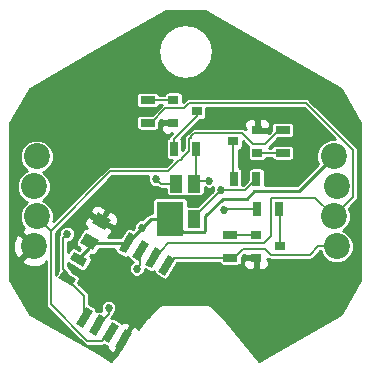
<source format=gtl>
%TF.GenerationSoftware,KiCad,Pcbnew,4.0.7-e2-6376~60~ubuntu17.10.1*%
%TF.CreationDate,2017-11-05T00:08:28+01:00*%
%TF.ProjectId,blinker,626C696E6B65722E6B696361645F7063,rev?*%
%TF.FileFunction,Copper,L1,Top,Signal*%
%FSLAX46Y46*%
G04 Gerber Fmt 4.6, Leading zero omitted, Abs format (unit mm)*
G04 Created by KiCad (PCBNEW 4.0.7-e2-6376~60~ubuntu17.10.1) date Sun Nov  5 00:08:28 2017*
%MOMM*%
%LPD*%
G01*
G04 APERTURE LIST*
%ADD10C,0.127000*%
%ADD11C,2.200000*%
%ADD12R,1.100000X1.500000*%
%ADD13R,2.200000X3.000000*%
%ADD14R,0.900000X0.800000*%
%ADD15R,1.300000X0.700000*%
%ADD16R,0.700000X1.300000*%
%ADD17C,0.685800*%
%ADD18C,0.200000*%
%ADD19C,0.254000*%
G04 APERTURE END LIST*
D10*
D11*
X12827000Y-3810000D03*
X-12827000Y1270000D03*
D10*
G36*
X-7828734Y-4151538D02*
X-8911266Y-3526538D01*
X-8411266Y-2660512D01*
X-7328734Y-3285512D01*
X-7828734Y-4151538D01*
X-7828734Y-4151538D01*
G37*
G36*
X-6828734Y-2419488D02*
X-7911266Y-1794488D01*
X-7411266Y-928462D01*
X-6328734Y-1553462D01*
X-6828734Y-2419488D01*
X-6828734Y-2419488D01*
G37*
D11*
X12573000Y-1270000D03*
X-12827000Y-3810000D03*
D12*
X-750000Y-1500000D03*
D13*
X-1300000Y-1500000D03*
D12*
X-750000Y1500000D03*
X750000Y1500000D03*
X750000Y-1500000D03*
D10*
G36*
X-8698320Y-10727115D02*
X-9261236Y-10402115D01*
X-8411236Y-8929871D01*
X-7848320Y-9254871D01*
X-8698320Y-10727115D01*
X-8698320Y-10727115D01*
G37*
G36*
X-7598468Y-11362115D02*
X-8161384Y-11037115D01*
X-7311384Y-9564871D01*
X-6748468Y-9889871D01*
X-7598468Y-11362115D01*
X-7598468Y-11362115D01*
G37*
G36*
X-6498616Y-11997115D02*
X-7061532Y-11672115D01*
X-6211532Y-10199871D01*
X-5648616Y-10524871D01*
X-6498616Y-11997115D01*
X-6498616Y-11997115D01*
G37*
G36*
X-5398764Y-12632115D02*
X-5961680Y-12307115D01*
X-5111680Y-10834871D01*
X-4548764Y-11159871D01*
X-5398764Y-12632115D01*
X-5398764Y-12632115D01*
G37*
G36*
X-1748764Y-6310129D02*
X-2311680Y-5985129D01*
X-1461680Y-4512885D01*
X-898764Y-4837885D01*
X-1748764Y-6310129D01*
X-1748764Y-6310129D01*
G37*
G36*
X-2848616Y-5675129D02*
X-3411532Y-5350129D01*
X-2561532Y-3877885D01*
X-1998616Y-4202885D01*
X-2848616Y-5675129D01*
X-2848616Y-5675129D01*
G37*
G36*
X-3948468Y-5040129D02*
X-4511384Y-4715129D01*
X-3661384Y-3242885D01*
X-3098468Y-3567885D01*
X-3948468Y-5040129D01*
X-3948468Y-5040129D01*
G37*
G36*
X-5048320Y-4405129D02*
X-5611236Y-4080129D01*
X-4761236Y-2607885D01*
X-4198320Y-2932885D01*
X-5048320Y-4405129D01*
X-5048320Y-4405129D01*
G37*
D14*
X6080000Y4130000D03*
X6080000Y6030000D03*
X4080000Y5080000D03*
X-1000000Y8570000D03*
X-1000000Y6670000D03*
X1000000Y7620000D03*
X5990000Y-2860000D03*
X5990000Y-4760000D03*
X7990000Y-3810000D03*
D15*
X8255000Y4130000D03*
X8255000Y6030000D03*
X-3175000Y8570000D03*
X-3175000Y6670000D03*
X3810000Y-2860000D03*
X3810000Y-4760000D03*
D16*
X4130000Y1905000D03*
X6030000Y1905000D03*
X-950000Y4445000D03*
X950000Y4445000D03*
X7935000Y-635000D03*
X6035000Y-635000D03*
D10*
G36*
X-9612083Y-7165833D02*
X-10737917Y-6515833D01*
X-10387917Y-5909615D01*
X-9262083Y-6559615D01*
X-9612083Y-7165833D01*
X-9612083Y-7165833D01*
G37*
G36*
X-8662083Y-5520385D02*
X-9787917Y-4870385D01*
X-9437917Y-4264167D01*
X-8312083Y-4914167D01*
X-8662083Y-5520385D01*
X-8662083Y-5520385D01*
G37*
D11*
X-12573000Y-1270000D03*
X-12573000Y3810000D03*
X12827000Y1270000D03*
X12573000Y3810000D03*
D17*
X-6500000Y-9000000D03*
X-3648271Y-2250000D03*
X-2500000Y1907091D03*
X3250000Y-750000D03*
X2000000Y1750000D03*
X3004999Y954999D03*
X-10000000Y-2750000D03*
X-4095130Y-5707580D03*
D18*
X3810000Y-4760000D02*
X-953715Y-4760000D01*
X-953715Y-4760000D02*
X-1605222Y-5411507D01*
X12827000Y-3810000D02*
X11271366Y-3810000D01*
X11271366Y-3810000D02*
X10571365Y-4510001D01*
X10571365Y-4510001D02*
X7227203Y-4510001D01*
X7227203Y-4510001D02*
X6723201Y-4005999D01*
X6723201Y-4005999D02*
X4864001Y-4005999D01*
X4864001Y-4005999D02*
X4110000Y-4760000D01*
X4110000Y-4760000D02*
X3810000Y-4760000D01*
X-6500000Y-9000000D02*
X-6500000Y-9508567D01*
X-6500000Y-9508567D02*
X-7454926Y-10463493D01*
D19*
X-4904778Y-3506507D02*
X-3648271Y-2250000D01*
X-3648271Y-2250000D02*
X-2898271Y-1500000D01*
X9636999Y873999D02*
X11473001Y2710001D01*
X5858197Y873999D02*
X9636999Y873999D01*
X5215296Y231098D02*
X5858197Y873999D01*
X3161350Y231098D02*
X5215296Y231098D01*
X1699242Y-1231010D02*
X3161350Y231098D01*
X-168999Y-2631001D02*
X1604801Y-2631001D01*
X1699242Y-2536560D02*
X1699242Y-1231010D01*
X-1300000Y-1500000D02*
X-168999Y-2631001D01*
X1604801Y-2631001D02*
X1699242Y-2536560D01*
X11473001Y2710001D02*
X12573000Y3810000D01*
X-2898271Y-1500000D02*
X-1300000Y-1500000D01*
X-4904778Y-3506507D02*
X-8019518Y-3506507D01*
X-8019518Y-3506507D02*
X-8120000Y-3406025D01*
X-8120000Y-3406025D02*
X-8120000Y-3962276D01*
X-8120000Y-3962276D02*
X-9050000Y-4892276D01*
D18*
X-3175000Y6670000D02*
X-2875000Y6670000D01*
X-2875000Y6670000D02*
X-1675001Y7869999D01*
X-1675001Y7869999D02*
X-140003Y7869999D01*
X-140003Y7869999D02*
X309999Y8320001D01*
X14227001Y384001D02*
X13672999Y-170001D01*
X309999Y8320001D02*
X10214921Y8320001D01*
X10214921Y8320001D02*
X14227001Y4307921D01*
X14227001Y4307921D02*
X14227001Y384001D01*
X13672999Y-170001D02*
X12573000Y-1270000D01*
X-2012121Y-4083554D02*
X-2705074Y-4776507D01*
X-1488568Y-3560001D02*
X-2012121Y-4083554D01*
X7284999Y255001D02*
X7284999Y-2899301D01*
X7284999Y-2899301D02*
X6624299Y-3560001D01*
X7344999Y315001D02*
X7284999Y255001D01*
X6624299Y-3560001D02*
X-1488568Y-3560001D01*
X10987999Y315001D02*
X7344999Y315001D01*
X12573000Y-1270000D02*
X10987999Y315001D01*
X-2092909Y1500000D02*
X-2157101Y1564192D01*
X-2157101Y1564192D02*
X-2500000Y1907091D01*
X-750000Y1500000D02*
X-2092909Y1500000D01*
X6035000Y-635000D02*
X3365000Y-635000D01*
X3365000Y-635000D02*
X3250000Y-750000D01*
X2000000Y1750000D02*
X1000000Y1750000D01*
X1000000Y1750000D02*
X750000Y1500000D01*
X950000Y4445000D02*
X950000Y1700000D01*
X950000Y1700000D02*
X750000Y1500000D01*
X750000Y-1300000D02*
X750000Y-1500000D01*
X6030000Y1905000D02*
X5079999Y954999D01*
X5079999Y954999D02*
X3004999Y954999D01*
X3004999Y954999D02*
X750000Y-1300000D01*
X-10000000Y-2750000D02*
X-10342899Y-3092899D01*
X-10342899Y-3092899D02*
X-10342899Y-5690680D01*
X-10342899Y-5690680D02*
X-10000000Y-6033579D01*
X-10000000Y-6033579D02*
X-10000000Y-6537724D01*
X-8554778Y-9828493D02*
X-8554778Y-7982946D01*
X-8554778Y-7982946D02*
X-10000000Y-6537724D01*
X8255000Y6030000D02*
X7955000Y6030000D01*
X299999Y4299999D02*
X-299999Y3700001D01*
X-299999Y3700001D02*
X-299999Y3554999D01*
X7955000Y6030000D02*
X6755001Y4830001D01*
X6755001Y4830001D02*
X5720001Y4830001D01*
X359999Y5395001D02*
X299999Y5335001D01*
X5720001Y4830001D02*
X4770001Y5780001D01*
X4770001Y5780001D02*
X780001Y5780001D01*
X780001Y5780001D02*
X500000Y5500000D01*
X500000Y5500000D02*
X500000Y5395001D01*
X-505001Y3494999D02*
X-1449999Y2550001D01*
X-299999Y3554999D02*
X-359999Y3494999D01*
X500000Y5395001D02*
X359999Y5395001D01*
X-1449999Y2550001D02*
X-6352997Y2550001D01*
X-359999Y3494999D02*
X-505001Y3494999D01*
X299999Y5335001D02*
X299999Y4299999D01*
X-6352997Y2550001D02*
X-11372999Y-2470001D01*
X-12573000Y-1270000D02*
X-11372999Y-2470001D01*
X-11372999Y-8714632D02*
X-8296185Y-11791446D01*
X-11372999Y-2470001D02*
X-11372999Y-8714632D01*
X-8296185Y-11791446D02*
X-7048027Y-11791446D01*
X-7048027Y-11791446D02*
X-6355074Y-11098493D01*
X-3804926Y-4141507D02*
X-3804926Y-5417376D01*
X-3804926Y-5417376D02*
X-4095130Y-5707580D01*
X8255000Y4130000D02*
X6080000Y4130000D01*
X4080000Y5080000D02*
X4080000Y1955000D01*
X4080000Y1955000D02*
X4130000Y1905000D01*
X-1000000Y8570000D02*
X-1650000Y8570000D01*
X-1650000Y8570000D02*
X-3175000Y8570000D01*
X1000000Y7245000D02*
X1000000Y7620000D01*
X-950000Y5295000D02*
X1000000Y7245000D01*
X-950000Y4445000D02*
X-950000Y5295000D01*
X3810000Y-2860000D02*
X5990000Y-2860000D01*
X7990000Y-690000D02*
X7935000Y-635000D01*
X7990000Y-3810000D02*
X7990000Y-690000D01*
D19*
G36*
X13180648Y9499137D02*
X14812100Y6658536D01*
X14812100Y-6658536D01*
X13180648Y-9499137D01*
X6269148Y-13486541D01*
X3214641Y-9821132D01*
X3197566Y-9802434D01*
X2197566Y-8802434D01*
X2108702Y-8742613D01*
X2000000Y-8720600D01*
X-2000000Y-8720600D01*
X-2105136Y-8741136D01*
X-2197566Y-8802434D01*
X-3197566Y-9802434D01*
X-3214641Y-9821132D01*
X-4027313Y-10796338D01*
X-4121876Y-10673100D01*
X-4265256Y-10590320D01*
X-4482112Y-10648427D01*
X-5081737Y-11687008D01*
X-5064416Y-11697008D01*
X-5191416Y-11916978D01*
X-5208737Y-11906978D01*
X-5785880Y-12906618D01*
X-6269148Y-13486541D01*
X-7326264Y-12876666D01*
X-6245189Y-12876666D01*
X-6169793Y-12920195D01*
X-6245188Y-12876666D01*
X-6245189Y-12876666D01*
X-7326264Y-12876666D01*
X-13180648Y-9499137D01*
X-14812100Y-6658536D01*
X-14812100Y-3521593D01*
X-14572323Y-3521593D01*
X-14549836Y-4211453D01*
X-14329099Y-4744359D01*
X-14051868Y-4855263D01*
X-13006605Y-3810000D01*
X-14051868Y-2764737D01*
X-14329099Y-2875641D01*
X-14572323Y-3521593D01*
X-14812100Y-3521593D01*
X-14812100Y987397D01*
X-14254248Y987397D01*
X-14037457Y462725D01*
X-13636386Y60953D01*
X-13363195Y-52486D01*
X-13380275Y-59543D01*
X-13782047Y-460614D01*
X-13999752Y-984907D01*
X-14000248Y-1552603D01*
X-13783457Y-2077275D01*
X-13614117Y-2246911D01*
X-13761359Y-2307901D01*
X-13872263Y-2585132D01*
X-12827000Y-3630395D01*
X-12812858Y-3616253D01*
X-12633253Y-3795858D01*
X-12647395Y-3810000D01*
X-12633253Y-3824143D01*
X-12812858Y-4003748D01*
X-12827000Y-3989605D01*
X-13872263Y-5034868D01*
X-13761359Y-5312099D01*
X-13115407Y-5555323D01*
X-12425547Y-5532836D01*
X-11892641Y-5312099D01*
X-11799999Y-5080518D01*
X-11799999Y-8714627D01*
X-11800000Y-8714632D01*
X-11767496Y-8878038D01*
X-11674934Y-9016567D01*
X-8598120Y-12093381D01*
X-8459591Y-12185943D01*
X-8296185Y-12218447D01*
X-8296180Y-12218446D01*
X-7048032Y-12218446D01*
X-7048027Y-12218447D01*
X-6884621Y-12185943D01*
X-6863181Y-12171617D01*
X-6665319Y-12285853D01*
X-6602274Y-12307985D01*
X-6607734Y-12349459D01*
X-6542352Y-12593470D01*
X-6388568Y-12793886D01*
X-6245188Y-12876666D01*
X-6028332Y-12818559D01*
X-5428707Y-11779978D01*
X-5446028Y-11769978D01*
X-5319028Y-11550008D01*
X-5301707Y-11560008D01*
X-4716726Y-10546791D01*
X-4340651Y-10546791D01*
X-4265256Y-10590320D01*
X-4265255Y-10590320D01*
X-4340651Y-10546791D01*
X-4716726Y-10546791D01*
X-4702082Y-10521427D01*
X-4760189Y-10304570D01*
X-4903568Y-10221790D01*
X-5154025Y-10188817D01*
X-5398036Y-10254200D01*
X-5431969Y-10280238D01*
X-5481913Y-10236133D01*
X-6044829Y-9911133D01*
X-6161174Y-9870290D01*
X-6262752Y-9875188D01*
X-6198068Y-9810504D01*
X-6198065Y-9810502D01*
X-6105503Y-9671973D01*
X-6075912Y-9523208D01*
X-5932418Y-9379963D01*
X-5830217Y-9133836D01*
X-5829984Y-8867333D01*
X-5931755Y-8621028D01*
X-6120037Y-8432418D01*
X-6366164Y-8330217D01*
X-6632667Y-8329984D01*
X-6878972Y-8431755D01*
X-7067582Y-8620037D01*
X-7169783Y-8866164D01*
X-7170016Y-9132667D01*
X-7100103Y-9301870D01*
X-7144681Y-9276133D01*
X-7261026Y-9235290D01*
X-7393219Y-9241664D01*
X-7512517Y-9298967D01*
X-7519196Y-9306530D01*
X-7518739Y-9305229D01*
X-7525113Y-9173037D01*
X-7582415Y-9053738D01*
X-7681617Y-8966133D01*
X-8127778Y-8708542D01*
X-8127778Y-7982951D01*
X-8127777Y-7982946D01*
X-8160281Y-7819540D01*
X-8252843Y-7681011D01*
X-8252846Y-7681009D01*
X-9059065Y-6874789D01*
X-8973345Y-6726318D01*
X-8932502Y-6609973D01*
X-8938876Y-6477780D01*
X-8996179Y-6358482D01*
X-9095380Y-6270877D01*
X-9581642Y-5990134D01*
X-9605503Y-5870173D01*
X-9698065Y-5731644D01*
X-9698068Y-5731642D01*
X-9915899Y-5513810D01*
X-9915899Y-5245054D01*
X-8856315Y-5856805D01*
X-8720757Y-5904392D01*
X-8566734Y-5896966D01*
X-8427736Y-5830200D01*
X-8325663Y-5714617D01*
X-7975663Y-5108399D01*
X-7928076Y-4972841D01*
X-7935502Y-4818818D01*
X-8002268Y-4679819D01*
X-8064322Y-4625019D01*
X-7952128Y-4512825D01*
X-7887408Y-4535545D01*
X-7733385Y-4528119D01*
X-7594386Y-4461353D01*
X-7492314Y-4345770D01*
X-7301059Y-4014507D01*
X-5992804Y-4014507D01*
X-5995243Y-4021454D01*
X-5987817Y-4175477D01*
X-5921051Y-4314476D01*
X-5805468Y-4416549D01*
X-5242552Y-4741549D01*
X-5106994Y-4789136D01*
X-4952971Y-4781710D01*
X-4837990Y-4726480D01*
X-4834591Y-4796963D01*
X-4777289Y-4916262D01*
X-4678087Y-5003867D01*
X-4456236Y-5131953D01*
X-4474102Y-5139335D01*
X-4662712Y-5327617D01*
X-4764913Y-5573744D01*
X-4765146Y-5840247D01*
X-4663375Y-6086552D01*
X-4475093Y-6275162D01*
X-4228966Y-6377363D01*
X-3962463Y-6377596D01*
X-3716158Y-6275825D01*
X-3527548Y-6087543D01*
X-3425347Y-5841416D01*
X-3425247Y-5727195D01*
X-3015319Y-5963867D01*
X-2898974Y-6004710D01*
X-2766781Y-5998336D01*
X-2647483Y-5941033D01*
X-2640804Y-5933470D01*
X-2641261Y-5934771D01*
X-2634887Y-6066963D01*
X-2577585Y-6186262D01*
X-2478383Y-6273867D01*
X-1915467Y-6598867D01*
X-1799122Y-6639710D01*
X-1666929Y-6633336D01*
X-1547631Y-6576033D01*
X-1460026Y-6476832D01*
X-715342Y-5187000D01*
X2841082Y-5187000D01*
X2849395Y-5231179D01*
X2921012Y-5342474D01*
X3030286Y-5417138D01*
X3160000Y-5443406D01*
X4460000Y-5443406D01*
X4581179Y-5420605D01*
X4692474Y-5348988D01*
X4767138Y-5239714D01*
X4793406Y-5110000D01*
X4793406Y-5045750D01*
X4905000Y-5045750D01*
X4905000Y-5286310D01*
X5001673Y-5519699D01*
X5180302Y-5698327D01*
X5413691Y-5795000D01*
X5704250Y-5795000D01*
X5863000Y-5636250D01*
X5863000Y-4887000D01*
X5063750Y-4887000D01*
X4905000Y-5045750D01*
X4793406Y-5045750D01*
X4793406Y-4680463D01*
X4952310Y-4521560D01*
X5063750Y-4633000D01*
X5863000Y-4633000D01*
X5863000Y-4613000D01*
X6117000Y-4613000D01*
X6117000Y-4633000D01*
X6137000Y-4633000D01*
X6137000Y-4887000D01*
X6117000Y-4887000D01*
X6117000Y-5636250D01*
X6275750Y-5795000D01*
X6566309Y-5795000D01*
X6799698Y-5698327D01*
X6978327Y-5519699D01*
X7075000Y-5286310D01*
X7075000Y-5045750D01*
X6916252Y-4887002D01*
X7037612Y-4887002D01*
X7063797Y-4904498D01*
X7227203Y-4937001D01*
X10571360Y-4937001D01*
X10571365Y-4937002D01*
X10734771Y-4904498D01*
X10873300Y-4811936D01*
X11448236Y-4237000D01*
X11459416Y-4237000D01*
X11616543Y-4617275D01*
X12017614Y-5019047D01*
X12541907Y-5236752D01*
X13109603Y-5237248D01*
X13634275Y-5020457D01*
X14036047Y-4619386D01*
X14253752Y-4095093D01*
X14254248Y-3527397D01*
X14037457Y-3002725D01*
X13636386Y-2600953D01*
X13363195Y-2487514D01*
X13380275Y-2480457D01*
X13782047Y-2079386D01*
X13999752Y-1555093D01*
X14000248Y-987397D01*
X13842134Y-604735D01*
X13974931Y-471938D01*
X13974934Y-471936D01*
X14528933Y82064D01*
X14528936Y82066D01*
X14621498Y220595D01*
X14654001Y384001D01*
X14654001Y4307916D01*
X14654002Y4307921D01*
X14621498Y4471327D01*
X14528936Y4609856D01*
X10516856Y8621936D01*
X10378327Y8714498D01*
X10214921Y8747002D01*
X10214916Y8747001D01*
X310004Y8747001D01*
X309999Y8747002D01*
X146593Y8714498D01*
X8064Y8621936D01*
X-216594Y8397278D01*
X-216594Y8970000D01*
X-239395Y9091179D01*
X-311012Y9202474D01*
X-420286Y9277138D01*
X-550000Y9303406D01*
X-1450000Y9303406D01*
X-1571179Y9280605D01*
X-1682474Y9208988D01*
X-1757138Y9099714D01*
X-1777938Y8997000D01*
X-2206082Y8997000D01*
X-2214395Y9041179D01*
X-2286012Y9152474D01*
X-2395286Y9227138D01*
X-2525000Y9253406D01*
X-3825000Y9253406D01*
X-3946179Y9230605D01*
X-4057474Y9158988D01*
X-4132138Y9049714D01*
X-4158406Y8920000D01*
X-4158406Y8220000D01*
X-4135605Y8098821D01*
X-4063988Y7987526D01*
X-3954714Y7912862D01*
X-3825000Y7886594D01*
X-2525000Y7886594D01*
X-2403821Y7909395D01*
X-2292526Y7981012D01*
X-2217862Y8090286D01*
X-2207187Y8143000D01*
X-2005869Y8143000D01*
X-2795464Y7353406D01*
X-3825000Y7353406D01*
X-3946179Y7330605D01*
X-4057474Y7258988D01*
X-4132138Y7149714D01*
X-4158406Y7020000D01*
X-4158406Y6320000D01*
X-4135605Y6198821D01*
X-4063988Y6087526D01*
X-3954714Y6012862D01*
X-3825000Y5986594D01*
X-2525000Y5986594D01*
X-2403821Y6009395D01*
X-2292526Y6081012D01*
X-2217862Y6190286D01*
X-2191594Y6320000D01*
X-2191594Y6749536D01*
X-2035190Y6905940D01*
X-1926250Y6797000D01*
X-1127000Y6797000D01*
X-1127000Y6817000D01*
X-873000Y6817000D01*
X-873000Y6797000D01*
X-853000Y6797000D01*
X-853000Y6543000D01*
X-873000Y6543000D01*
X-873000Y6523000D01*
X-1127000Y6523000D01*
X-1127000Y6543000D01*
X-1926250Y6543000D01*
X-2085000Y6384250D01*
X-2085000Y6143690D01*
X-1988327Y5910301D01*
X-1809698Y5731673D01*
X-1576309Y5635000D01*
X-1285750Y5635000D01*
X-1127002Y5793748D01*
X-1127002Y5721868D01*
X-1251935Y5596935D01*
X-1344497Y5458406D01*
X-1352427Y5418541D01*
X-1421179Y5405605D01*
X-1532474Y5333988D01*
X-1607138Y5224714D01*
X-1633406Y5095000D01*
X-1633406Y3795000D01*
X-1610605Y3673821D01*
X-1538988Y3562526D01*
X-1429714Y3487862D01*
X-1300000Y3461594D01*
X-1142276Y3461594D01*
X-1626869Y2977001D01*
X-6352992Y2977001D01*
X-6352997Y2977002D01*
X-6516403Y2944498D01*
X-6654932Y2851936D01*
X-11206099Y-1699231D01*
X-11146248Y-1555093D01*
X-11145752Y-987397D01*
X-11362543Y-462725D01*
X-11763614Y-60953D01*
X-12036805Y52486D01*
X-12019725Y59543D01*
X-11617953Y460614D01*
X-11400248Y984907D01*
X-11399752Y1552603D01*
X-11616543Y2077275D01*
X-12017614Y2479047D01*
X-12037431Y2487276D01*
X-11765725Y2599543D01*
X-11363953Y3000614D01*
X-11146248Y3524907D01*
X-11145752Y4092603D01*
X-11362543Y4617275D01*
X-11763614Y5019047D01*
X-12287907Y5236752D01*
X-12855603Y5237248D01*
X-13380275Y5020457D01*
X-13782047Y4619386D01*
X-13999752Y4095093D01*
X-14000248Y3527397D01*
X-13783457Y3002725D01*
X-13382386Y2600953D01*
X-13362569Y2592724D01*
X-13634275Y2480457D01*
X-14036047Y2079386D01*
X-14253752Y1555093D01*
X-14254248Y987397D01*
X-14812100Y987397D01*
X-14812100Y6658536D01*
X-13180648Y9499137D01*
X-7632486Y12700000D01*
X-2345398Y12700000D01*
X-2166865Y11802455D01*
X-1658447Y11041553D01*
X-897545Y10533135D01*
X0Y10354602D01*
X897545Y10533135D01*
X1658447Y11041553D01*
X2166865Y11802455D01*
X2345398Y12700000D01*
X2166865Y13597545D01*
X1658447Y14358447D01*
X897545Y14866865D01*
X0Y15045398D01*
X-897545Y14866865D01*
X-1658447Y14358447D01*
X-2166865Y13597545D01*
X-2345398Y12700000D01*
X-7632486Y12700000D01*
X-1640179Y16157100D01*
X1640179Y16157100D01*
X13180648Y9499137D01*
X13180648Y9499137D01*
G37*
X13180648Y9499137D02*
X14812100Y6658536D01*
X14812100Y-6658536D01*
X13180648Y-9499137D01*
X6269148Y-13486541D01*
X3214641Y-9821132D01*
X3197566Y-9802434D01*
X2197566Y-8802434D01*
X2108702Y-8742613D01*
X2000000Y-8720600D01*
X-2000000Y-8720600D01*
X-2105136Y-8741136D01*
X-2197566Y-8802434D01*
X-3197566Y-9802434D01*
X-3214641Y-9821132D01*
X-4027313Y-10796338D01*
X-4121876Y-10673100D01*
X-4265256Y-10590320D01*
X-4482112Y-10648427D01*
X-5081737Y-11687008D01*
X-5064416Y-11697008D01*
X-5191416Y-11916978D01*
X-5208737Y-11906978D01*
X-5785880Y-12906618D01*
X-6269148Y-13486541D01*
X-7326264Y-12876666D01*
X-6245189Y-12876666D01*
X-6169793Y-12920195D01*
X-6245188Y-12876666D01*
X-6245189Y-12876666D01*
X-7326264Y-12876666D01*
X-13180648Y-9499137D01*
X-14812100Y-6658536D01*
X-14812100Y-3521593D01*
X-14572323Y-3521593D01*
X-14549836Y-4211453D01*
X-14329099Y-4744359D01*
X-14051868Y-4855263D01*
X-13006605Y-3810000D01*
X-14051868Y-2764737D01*
X-14329099Y-2875641D01*
X-14572323Y-3521593D01*
X-14812100Y-3521593D01*
X-14812100Y987397D01*
X-14254248Y987397D01*
X-14037457Y462725D01*
X-13636386Y60953D01*
X-13363195Y-52486D01*
X-13380275Y-59543D01*
X-13782047Y-460614D01*
X-13999752Y-984907D01*
X-14000248Y-1552603D01*
X-13783457Y-2077275D01*
X-13614117Y-2246911D01*
X-13761359Y-2307901D01*
X-13872263Y-2585132D01*
X-12827000Y-3630395D01*
X-12812858Y-3616253D01*
X-12633253Y-3795858D01*
X-12647395Y-3810000D01*
X-12633253Y-3824143D01*
X-12812858Y-4003748D01*
X-12827000Y-3989605D01*
X-13872263Y-5034868D01*
X-13761359Y-5312099D01*
X-13115407Y-5555323D01*
X-12425547Y-5532836D01*
X-11892641Y-5312099D01*
X-11799999Y-5080518D01*
X-11799999Y-8714627D01*
X-11800000Y-8714632D01*
X-11767496Y-8878038D01*
X-11674934Y-9016567D01*
X-8598120Y-12093381D01*
X-8459591Y-12185943D01*
X-8296185Y-12218447D01*
X-8296180Y-12218446D01*
X-7048032Y-12218446D01*
X-7048027Y-12218447D01*
X-6884621Y-12185943D01*
X-6863181Y-12171617D01*
X-6665319Y-12285853D01*
X-6602274Y-12307985D01*
X-6607734Y-12349459D01*
X-6542352Y-12593470D01*
X-6388568Y-12793886D01*
X-6245188Y-12876666D01*
X-6028332Y-12818559D01*
X-5428707Y-11779978D01*
X-5446028Y-11769978D01*
X-5319028Y-11550008D01*
X-5301707Y-11560008D01*
X-4716726Y-10546791D01*
X-4340651Y-10546791D01*
X-4265256Y-10590320D01*
X-4265255Y-10590320D01*
X-4340651Y-10546791D01*
X-4716726Y-10546791D01*
X-4702082Y-10521427D01*
X-4760189Y-10304570D01*
X-4903568Y-10221790D01*
X-5154025Y-10188817D01*
X-5398036Y-10254200D01*
X-5431969Y-10280238D01*
X-5481913Y-10236133D01*
X-6044829Y-9911133D01*
X-6161174Y-9870290D01*
X-6262752Y-9875188D01*
X-6198068Y-9810504D01*
X-6198065Y-9810502D01*
X-6105503Y-9671973D01*
X-6075912Y-9523208D01*
X-5932418Y-9379963D01*
X-5830217Y-9133836D01*
X-5829984Y-8867333D01*
X-5931755Y-8621028D01*
X-6120037Y-8432418D01*
X-6366164Y-8330217D01*
X-6632667Y-8329984D01*
X-6878972Y-8431755D01*
X-7067582Y-8620037D01*
X-7169783Y-8866164D01*
X-7170016Y-9132667D01*
X-7100103Y-9301870D01*
X-7144681Y-9276133D01*
X-7261026Y-9235290D01*
X-7393219Y-9241664D01*
X-7512517Y-9298967D01*
X-7519196Y-9306530D01*
X-7518739Y-9305229D01*
X-7525113Y-9173037D01*
X-7582415Y-9053738D01*
X-7681617Y-8966133D01*
X-8127778Y-8708542D01*
X-8127778Y-7982951D01*
X-8127777Y-7982946D01*
X-8160281Y-7819540D01*
X-8252843Y-7681011D01*
X-8252846Y-7681009D01*
X-9059065Y-6874789D01*
X-8973345Y-6726318D01*
X-8932502Y-6609973D01*
X-8938876Y-6477780D01*
X-8996179Y-6358482D01*
X-9095380Y-6270877D01*
X-9581642Y-5990134D01*
X-9605503Y-5870173D01*
X-9698065Y-5731644D01*
X-9698068Y-5731642D01*
X-9915899Y-5513810D01*
X-9915899Y-5245054D01*
X-8856315Y-5856805D01*
X-8720757Y-5904392D01*
X-8566734Y-5896966D01*
X-8427736Y-5830200D01*
X-8325663Y-5714617D01*
X-7975663Y-5108399D01*
X-7928076Y-4972841D01*
X-7935502Y-4818818D01*
X-8002268Y-4679819D01*
X-8064322Y-4625019D01*
X-7952128Y-4512825D01*
X-7887408Y-4535545D01*
X-7733385Y-4528119D01*
X-7594386Y-4461353D01*
X-7492314Y-4345770D01*
X-7301059Y-4014507D01*
X-5992804Y-4014507D01*
X-5995243Y-4021454D01*
X-5987817Y-4175477D01*
X-5921051Y-4314476D01*
X-5805468Y-4416549D01*
X-5242552Y-4741549D01*
X-5106994Y-4789136D01*
X-4952971Y-4781710D01*
X-4837990Y-4726480D01*
X-4834591Y-4796963D01*
X-4777289Y-4916262D01*
X-4678087Y-5003867D01*
X-4456236Y-5131953D01*
X-4474102Y-5139335D01*
X-4662712Y-5327617D01*
X-4764913Y-5573744D01*
X-4765146Y-5840247D01*
X-4663375Y-6086552D01*
X-4475093Y-6275162D01*
X-4228966Y-6377363D01*
X-3962463Y-6377596D01*
X-3716158Y-6275825D01*
X-3527548Y-6087543D01*
X-3425347Y-5841416D01*
X-3425247Y-5727195D01*
X-3015319Y-5963867D01*
X-2898974Y-6004710D01*
X-2766781Y-5998336D01*
X-2647483Y-5941033D01*
X-2640804Y-5933470D01*
X-2641261Y-5934771D01*
X-2634887Y-6066963D01*
X-2577585Y-6186262D01*
X-2478383Y-6273867D01*
X-1915467Y-6598867D01*
X-1799122Y-6639710D01*
X-1666929Y-6633336D01*
X-1547631Y-6576033D01*
X-1460026Y-6476832D01*
X-715342Y-5187000D01*
X2841082Y-5187000D01*
X2849395Y-5231179D01*
X2921012Y-5342474D01*
X3030286Y-5417138D01*
X3160000Y-5443406D01*
X4460000Y-5443406D01*
X4581179Y-5420605D01*
X4692474Y-5348988D01*
X4767138Y-5239714D01*
X4793406Y-5110000D01*
X4793406Y-5045750D01*
X4905000Y-5045750D01*
X4905000Y-5286310D01*
X5001673Y-5519699D01*
X5180302Y-5698327D01*
X5413691Y-5795000D01*
X5704250Y-5795000D01*
X5863000Y-5636250D01*
X5863000Y-4887000D01*
X5063750Y-4887000D01*
X4905000Y-5045750D01*
X4793406Y-5045750D01*
X4793406Y-4680463D01*
X4952310Y-4521560D01*
X5063750Y-4633000D01*
X5863000Y-4633000D01*
X5863000Y-4613000D01*
X6117000Y-4613000D01*
X6117000Y-4633000D01*
X6137000Y-4633000D01*
X6137000Y-4887000D01*
X6117000Y-4887000D01*
X6117000Y-5636250D01*
X6275750Y-5795000D01*
X6566309Y-5795000D01*
X6799698Y-5698327D01*
X6978327Y-5519699D01*
X7075000Y-5286310D01*
X7075000Y-5045750D01*
X6916252Y-4887002D01*
X7037612Y-4887002D01*
X7063797Y-4904498D01*
X7227203Y-4937001D01*
X10571360Y-4937001D01*
X10571365Y-4937002D01*
X10734771Y-4904498D01*
X10873300Y-4811936D01*
X11448236Y-4237000D01*
X11459416Y-4237000D01*
X11616543Y-4617275D01*
X12017614Y-5019047D01*
X12541907Y-5236752D01*
X13109603Y-5237248D01*
X13634275Y-5020457D01*
X14036047Y-4619386D01*
X14253752Y-4095093D01*
X14254248Y-3527397D01*
X14037457Y-3002725D01*
X13636386Y-2600953D01*
X13363195Y-2487514D01*
X13380275Y-2480457D01*
X13782047Y-2079386D01*
X13999752Y-1555093D01*
X14000248Y-987397D01*
X13842134Y-604735D01*
X13974931Y-471938D01*
X13974934Y-471936D01*
X14528933Y82064D01*
X14528936Y82066D01*
X14621498Y220595D01*
X14654001Y384001D01*
X14654001Y4307916D01*
X14654002Y4307921D01*
X14621498Y4471327D01*
X14528936Y4609856D01*
X10516856Y8621936D01*
X10378327Y8714498D01*
X10214921Y8747002D01*
X10214916Y8747001D01*
X310004Y8747001D01*
X309999Y8747002D01*
X146593Y8714498D01*
X8064Y8621936D01*
X-216594Y8397278D01*
X-216594Y8970000D01*
X-239395Y9091179D01*
X-311012Y9202474D01*
X-420286Y9277138D01*
X-550000Y9303406D01*
X-1450000Y9303406D01*
X-1571179Y9280605D01*
X-1682474Y9208988D01*
X-1757138Y9099714D01*
X-1777938Y8997000D01*
X-2206082Y8997000D01*
X-2214395Y9041179D01*
X-2286012Y9152474D01*
X-2395286Y9227138D01*
X-2525000Y9253406D01*
X-3825000Y9253406D01*
X-3946179Y9230605D01*
X-4057474Y9158988D01*
X-4132138Y9049714D01*
X-4158406Y8920000D01*
X-4158406Y8220000D01*
X-4135605Y8098821D01*
X-4063988Y7987526D01*
X-3954714Y7912862D01*
X-3825000Y7886594D01*
X-2525000Y7886594D01*
X-2403821Y7909395D01*
X-2292526Y7981012D01*
X-2217862Y8090286D01*
X-2207187Y8143000D01*
X-2005869Y8143000D01*
X-2795464Y7353406D01*
X-3825000Y7353406D01*
X-3946179Y7330605D01*
X-4057474Y7258988D01*
X-4132138Y7149714D01*
X-4158406Y7020000D01*
X-4158406Y6320000D01*
X-4135605Y6198821D01*
X-4063988Y6087526D01*
X-3954714Y6012862D01*
X-3825000Y5986594D01*
X-2525000Y5986594D01*
X-2403821Y6009395D01*
X-2292526Y6081012D01*
X-2217862Y6190286D01*
X-2191594Y6320000D01*
X-2191594Y6749536D01*
X-2035190Y6905940D01*
X-1926250Y6797000D01*
X-1127000Y6797000D01*
X-1127000Y6817000D01*
X-873000Y6817000D01*
X-873000Y6797000D01*
X-853000Y6797000D01*
X-853000Y6543000D01*
X-873000Y6543000D01*
X-873000Y6523000D01*
X-1127000Y6523000D01*
X-1127000Y6543000D01*
X-1926250Y6543000D01*
X-2085000Y6384250D01*
X-2085000Y6143690D01*
X-1988327Y5910301D01*
X-1809698Y5731673D01*
X-1576309Y5635000D01*
X-1285750Y5635000D01*
X-1127002Y5793748D01*
X-1127002Y5721868D01*
X-1251935Y5596935D01*
X-1344497Y5458406D01*
X-1352427Y5418541D01*
X-1421179Y5405605D01*
X-1532474Y5333988D01*
X-1607138Y5224714D01*
X-1633406Y5095000D01*
X-1633406Y3795000D01*
X-1610605Y3673821D01*
X-1538988Y3562526D01*
X-1429714Y3487862D01*
X-1300000Y3461594D01*
X-1142276Y3461594D01*
X-1626869Y2977001D01*
X-6352992Y2977001D01*
X-6352997Y2977002D01*
X-6516403Y2944498D01*
X-6654932Y2851936D01*
X-11206099Y-1699231D01*
X-11146248Y-1555093D01*
X-11145752Y-987397D01*
X-11362543Y-462725D01*
X-11763614Y-60953D01*
X-12036805Y52486D01*
X-12019725Y59543D01*
X-11617953Y460614D01*
X-11400248Y984907D01*
X-11399752Y1552603D01*
X-11616543Y2077275D01*
X-12017614Y2479047D01*
X-12037431Y2487276D01*
X-11765725Y2599543D01*
X-11363953Y3000614D01*
X-11146248Y3524907D01*
X-11145752Y4092603D01*
X-11362543Y4617275D01*
X-11763614Y5019047D01*
X-12287907Y5236752D01*
X-12855603Y5237248D01*
X-13380275Y5020457D01*
X-13782047Y4619386D01*
X-13999752Y4095093D01*
X-14000248Y3527397D01*
X-13783457Y3002725D01*
X-13382386Y2600953D01*
X-13362569Y2592724D01*
X-13634275Y2480457D01*
X-14036047Y2079386D01*
X-14253752Y1555093D01*
X-14254248Y987397D01*
X-14812100Y987397D01*
X-14812100Y6658536D01*
X-13180648Y9499137D01*
X-7632486Y12700000D01*
X-2345398Y12700000D01*
X-2166865Y11802455D01*
X-1658447Y11041553D01*
X-897545Y10533135D01*
X0Y10354602D01*
X897545Y10533135D01*
X1658447Y11041553D01*
X2166865Y11802455D01*
X2345398Y12700000D01*
X2166865Y13597545D01*
X1658447Y14358447D01*
X897545Y14866865D01*
X0Y15045398D01*
X-897545Y14866865D01*
X-1658447Y14358447D01*
X-2166865Y13597545D01*
X-2345398Y12700000D01*
X-7632486Y12700000D01*
X-1640179Y16157100D01*
X1640179Y16157100D01*
X13180648Y9499137D01*
G36*
X-3169783Y2040927D02*
X-3170016Y1774424D01*
X-3068245Y1528119D01*
X-2879963Y1339509D01*
X-2633836Y1237308D01*
X-2433912Y1237133D01*
X-2394846Y1198068D01*
X-2394844Y1198065D01*
X-2285922Y1125286D01*
X-2256315Y1105503D01*
X-2092909Y1073000D01*
X-1633406Y1073000D01*
X-1633406Y750000D01*
X-1610605Y628821D01*
X-1538988Y517526D01*
X-1429714Y442862D01*
X-1300000Y416594D01*
X-200000Y416594D01*
X-78821Y439395D01*
X581Y490489D01*
X70286Y442862D01*
X200000Y416594D01*
X1300000Y416594D01*
X1421179Y439395D01*
X1532474Y511012D01*
X1607138Y620286D01*
X1633406Y750000D01*
X1633406Y1176867D01*
X1866164Y1080217D01*
X2132667Y1079984D01*
X2372729Y1179175D01*
X2335216Y1088835D01*
X2335041Y888910D01*
X1029536Y-416594D01*
X200000Y-416594D01*
X188464Y-418765D01*
X188464Y0D01*
X161897Y141190D01*
X78454Y270865D01*
X-48866Y357859D01*
X-200000Y388464D01*
X-2400000Y388464D01*
X-2541190Y361897D01*
X-2670865Y278454D01*
X-2757859Y151134D01*
X-2788464Y0D01*
X-2788464Y-992000D01*
X-2898271Y-992000D01*
X-3092675Y-1030669D01*
X-3257481Y-1140790D01*
X-3642796Y-1526105D01*
X-3791632Y-1525975D01*
X-4057792Y-1635950D01*
X-4261606Y-1839408D01*
X-4372045Y-2105376D01*
X-4372176Y-2255485D01*
X-4453619Y-2336928D01*
X-4567004Y-2271465D01*
X-4702562Y-2223878D01*
X-4856585Y-2231304D01*
X-4995584Y-2298070D01*
X-5097656Y-2413653D01*
X-5435321Y-2998507D01*
X-6540225Y-2998507D01*
X-6341962Y-2846375D01*
X-6171683Y-2551442D01*
X-6229790Y-2334585D01*
X-7073515Y-1847460D01*
X-7083515Y-1864781D01*
X-7303485Y-1737781D01*
X-7293485Y-1720460D01*
X-7454513Y-1627490D01*
X-6946515Y-1627490D01*
X-6102790Y-2114615D01*
X-5885933Y-2056508D01*
X-5715653Y-1761575D01*
X-5682680Y-1511118D01*
X-5748062Y-1267107D01*
X-5901846Y-1066691D01*
X-6120621Y-940382D01*
X-6305033Y-833911D01*
X-6521890Y-892018D01*
X-6946515Y-1627490D01*
X-7454513Y-1627490D01*
X-8137210Y-1233335D01*
X-8354067Y-1291442D01*
X-8524347Y-1586375D01*
X-8557320Y-1836832D01*
X-8491938Y-2080843D01*
X-8338154Y-2281259D01*
X-8336765Y-2282061D01*
X-8352592Y-2276505D01*
X-8506615Y-2283931D01*
X-8645614Y-2350697D01*
X-8747686Y-2466280D01*
X-9247686Y-3332306D01*
X-9295273Y-3467864D01*
X-9287847Y-3621887D01*
X-9221081Y-3760885D01*
X-9105498Y-3862958D01*
X-8873213Y-3997068D01*
X-8964867Y-4088723D01*
X-9243685Y-3927747D01*
X-9379243Y-3880160D01*
X-9533266Y-3887586D01*
X-9672264Y-3954352D01*
X-9774337Y-4069935D01*
X-9915899Y-4315128D01*
X-9915899Y-3419974D01*
X-9867333Y-3420016D01*
X-9621028Y-3318245D01*
X-9432418Y-3129963D01*
X-9330217Y-2883836D01*
X-9329984Y-2617333D01*
X-9431755Y-2371028D01*
X-9620037Y-2182418D01*
X-9866164Y-2080217D01*
X-10132667Y-2079984D01*
X-10378972Y-2181755D01*
X-10567582Y-2370037D01*
X-10669783Y-2616164D01*
X-10669969Y-2828581D01*
X-10737396Y-2929493D01*
X-10769900Y-3092899D01*
X-10769899Y-3092904D01*
X-10769899Y-5690675D01*
X-10769900Y-5690680D01*
X-10738279Y-5849648D01*
X-10945999Y-6209430D01*
X-10945999Y-2646871D01*
X-9095636Y-796508D01*
X-8068317Y-796508D01*
X-8010210Y-1013365D01*
X-7166485Y-1500490D01*
X-6741860Y-765018D01*
X-6799967Y-548161D01*
X-6984379Y-441691D01*
X-7203154Y-315381D01*
X-7453611Y-282408D01*
X-7697622Y-347791D01*
X-7898038Y-501575D01*
X-8068317Y-796508D01*
X-9095636Y-796508D01*
X-6176127Y2123001D01*
X-3135703Y2123001D01*
X-3169783Y2040927D01*
X-3169783Y2040927D01*
G37*
X-3169783Y2040927D02*
X-3170016Y1774424D01*
X-3068245Y1528119D01*
X-2879963Y1339509D01*
X-2633836Y1237308D01*
X-2433912Y1237133D01*
X-2394846Y1198068D01*
X-2394844Y1198065D01*
X-2285922Y1125286D01*
X-2256315Y1105503D01*
X-2092909Y1073000D01*
X-1633406Y1073000D01*
X-1633406Y750000D01*
X-1610605Y628821D01*
X-1538988Y517526D01*
X-1429714Y442862D01*
X-1300000Y416594D01*
X-200000Y416594D01*
X-78821Y439395D01*
X581Y490489D01*
X70286Y442862D01*
X200000Y416594D01*
X1300000Y416594D01*
X1421179Y439395D01*
X1532474Y511012D01*
X1607138Y620286D01*
X1633406Y750000D01*
X1633406Y1176867D01*
X1866164Y1080217D01*
X2132667Y1079984D01*
X2372729Y1179175D01*
X2335216Y1088835D01*
X2335041Y888910D01*
X1029536Y-416594D01*
X200000Y-416594D01*
X188464Y-418765D01*
X188464Y0D01*
X161897Y141190D01*
X78454Y270865D01*
X-48866Y357859D01*
X-200000Y388464D01*
X-2400000Y388464D01*
X-2541190Y361897D01*
X-2670865Y278454D01*
X-2757859Y151134D01*
X-2788464Y0D01*
X-2788464Y-992000D01*
X-2898271Y-992000D01*
X-3092675Y-1030669D01*
X-3257481Y-1140790D01*
X-3642796Y-1526105D01*
X-3791632Y-1525975D01*
X-4057792Y-1635950D01*
X-4261606Y-1839408D01*
X-4372045Y-2105376D01*
X-4372176Y-2255485D01*
X-4453619Y-2336928D01*
X-4567004Y-2271465D01*
X-4702562Y-2223878D01*
X-4856585Y-2231304D01*
X-4995584Y-2298070D01*
X-5097656Y-2413653D01*
X-5435321Y-2998507D01*
X-6540225Y-2998507D01*
X-6341962Y-2846375D01*
X-6171683Y-2551442D01*
X-6229790Y-2334585D01*
X-7073515Y-1847460D01*
X-7083515Y-1864781D01*
X-7303485Y-1737781D01*
X-7293485Y-1720460D01*
X-7454513Y-1627490D01*
X-6946515Y-1627490D01*
X-6102790Y-2114615D01*
X-5885933Y-2056508D01*
X-5715653Y-1761575D01*
X-5682680Y-1511118D01*
X-5748062Y-1267107D01*
X-5901846Y-1066691D01*
X-6120621Y-940382D01*
X-6305033Y-833911D01*
X-6521890Y-892018D01*
X-6946515Y-1627490D01*
X-7454513Y-1627490D01*
X-8137210Y-1233335D01*
X-8354067Y-1291442D01*
X-8524347Y-1586375D01*
X-8557320Y-1836832D01*
X-8491938Y-2080843D01*
X-8338154Y-2281259D01*
X-8336765Y-2282061D01*
X-8352592Y-2276505D01*
X-8506615Y-2283931D01*
X-8645614Y-2350697D01*
X-8747686Y-2466280D01*
X-9247686Y-3332306D01*
X-9295273Y-3467864D01*
X-9287847Y-3621887D01*
X-9221081Y-3760885D01*
X-9105498Y-3862958D01*
X-8873213Y-3997068D01*
X-8964867Y-4088723D01*
X-9243685Y-3927747D01*
X-9379243Y-3880160D01*
X-9533266Y-3887586D01*
X-9672264Y-3954352D01*
X-9774337Y-4069935D01*
X-9915899Y-4315128D01*
X-9915899Y-3419974D01*
X-9867333Y-3420016D01*
X-9621028Y-3318245D01*
X-9432418Y-3129963D01*
X-9330217Y-2883836D01*
X-9329984Y-2617333D01*
X-9431755Y-2371028D01*
X-9620037Y-2182418D01*
X-9866164Y-2080217D01*
X-10132667Y-2079984D01*
X-10378972Y-2181755D01*
X-10567582Y-2370037D01*
X-10669783Y-2616164D01*
X-10669969Y-2828581D01*
X-10737396Y-2929493D01*
X-10769900Y-3092899D01*
X-10769899Y-3092904D01*
X-10769899Y-5690675D01*
X-10769900Y-5690680D01*
X-10738279Y-5849648D01*
X-10945999Y-6209430D01*
X-10945999Y-2646871D01*
X-9095636Y-796508D01*
X-8068317Y-796508D01*
X-8010210Y-1013365D01*
X-7166485Y-1500490D01*
X-6741860Y-765018D01*
X-6799967Y-548161D01*
X-6984379Y-441691D01*
X-7203154Y-315381D01*
X-7453611Y-282408D01*
X-7697622Y-347791D01*
X-7898038Y-501575D01*
X-8068317Y-796508D01*
X-9095636Y-796508D01*
X-6176127Y2123001D01*
X-3135703Y2123001D01*
X-3169783Y2040927D01*
G36*
X12640109Y5290943D02*
X12279703Y5291257D01*
X11735177Y5066263D01*
X11318201Y4650015D01*
X11092257Y4105882D01*
X11091743Y3516703D01*
X11229028Y3184448D01*
X9426579Y1381999D01*
X6713406Y1381999D01*
X6713406Y2555000D01*
X6690605Y2676179D01*
X6618988Y2787474D01*
X6509714Y2862138D01*
X6380000Y2888406D01*
X5680000Y2888406D01*
X5558821Y2865605D01*
X5447526Y2793988D01*
X5372862Y2684714D01*
X5346594Y2555000D01*
X5346594Y1825463D01*
X4903129Y1381999D01*
X4813406Y1381999D01*
X4813406Y2555000D01*
X4790605Y2676179D01*
X4718988Y2787474D01*
X4609714Y2862138D01*
X4507000Y2882938D01*
X4507000Y4346594D01*
X4530000Y4346594D01*
X4651179Y4369395D01*
X4762474Y4441012D01*
X4837138Y4550286D01*
X4863406Y4680000D01*
X4863406Y5082726D01*
X5316725Y4629407D01*
X5296594Y4530000D01*
X5296594Y3730000D01*
X5319395Y3608821D01*
X5391012Y3497526D01*
X5500286Y3422862D01*
X5630000Y3396594D01*
X6530000Y3396594D01*
X6651179Y3419395D01*
X6762474Y3491012D01*
X6837138Y3600286D01*
X6857938Y3703000D01*
X7286082Y3703000D01*
X7294395Y3658821D01*
X7366012Y3547526D01*
X7475286Y3472862D01*
X7605000Y3446594D01*
X8905000Y3446594D01*
X9026179Y3469395D01*
X9137474Y3541012D01*
X9212138Y3650286D01*
X9238406Y3780000D01*
X9238406Y4480000D01*
X9215605Y4601179D01*
X9143988Y4712474D01*
X9034714Y4787138D01*
X8905000Y4813406D01*
X7605000Y4813406D01*
X7483821Y4790605D01*
X7372526Y4718988D01*
X7297862Y4609714D01*
X7287187Y4557000D01*
X7085870Y4557000D01*
X7875463Y5346594D01*
X8905000Y5346594D01*
X9026179Y5369395D01*
X9137474Y5441012D01*
X9212138Y5550286D01*
X9238406Y5680000D01*
X9238406Y6380000D01*
X9215605Y6501179D01*
X9143988Y6612474D01*
X9034714Y6687138D01*
X8905000Y6713406D01*
X7605000Y6713406D01*
X7483821Y6690605D01*
X7372526Y6618988D01*
X7297862Y6509714D01*
X7271594Y6380000D01*
X7271594Y5950463D01*
X7115190Y5794060D01*
X7006250Y5903000D01*
X6207000Y5903000D01*
X6207000Y5883000D01*
X5953000Y5883000D01*
X5953000Y5903000D01*
X5933000Y5903000D01*
X5933000Y6157000D01*
X5953000Y6157000D01*
X5953000Y6906250D01*
X6207000Y6906250D01*
X6207000Y6157000D01*
X7006250Y6157000D01*
X7165000Y6315750D01*
X7165000Y6556310D01*
X7068327Y6789699D01*
X6889698Y6968327D01*
X6656309Y7065000D01*
X6365750Y7065000D01*
X6207000Y6906250D01*
X5953000Y6906250D01*
X5794250Y7065000D01*
X5503691Y7065000D01*
X5270302Y6968327D01*
X5091673Y6789699D01*
X4995000Y6556310D01*
X4995000Y6315750D01*
X5153748Y6157002D01*
X4995000Y6157002D01*
X4995000Y6133343D01*
X4933407Y6174498D01*
X4770001Y6207002D01*
X4769996Y6207001D01*
X780001Y6207001D01*
X616595Y6174498D01*
X478066Y6081936D01*
X478064Y6081933D01*
X198065Y5801935D01*
X184240Y5781244D01*
X58064Y5696936D01*
X58062Y5696933D01*
X-1936Y5636936D01*
X-94498Y5498407D01*
X-127002Y5335001D01*
X-127001Y5334996D01*
X-127001Y4476868D01*
X-266594Y4337275D01*
X-266594Y5095000D01*
X-289395Y5216179D01*
X-342470Y5298660D01*
X1245463Y6886594D01*
X1450000Y6886594D01*
X1571179Y6909395D01*
X1682474Y6981012D01*
X1757138Y7090286D01*
X1783406Y7220000D01*
X1783406Y7893001D01*
X10038051Y7893001D01*
X12640109Y5290943D01*
X12640109Y5290943D01*
G37*
X12640109Y5290943D02*
X12279703Y5291257D01*
X11735177Y5066263D01*
X11318201Y4650015D01*
X11092257Y4105882D01*
X11091743Y3516703D01*
X11229028Y3184448D01*
X9426579Y1381999D01*
X6713406Y1381999D01*
X6713406Y2555000D01*
X6690605Y2676179D01*
X6618988Y2787474D01*
X6509714Y2862138D01*
X6380000Y2888406D01*
X5680000Y2888406D01*
X5558821Y2865605D01*
X5447526Y2793988D01*
X5372862Y2684714D01*
X5346594Y2555000D01*
X5346594Y1825463D01*
X4903129Y1381999D01*
X4813406Y1381999D01*
X4813406Y2555000D01*
X4790605Y2676179D01*
X4718988Y2787474D01*
X4609714Y2862138D01*
X4507000Y2882938D01*
X4507000Y4346594D01*
X4530000Y4346594D01*
X4651179Y4369395D01*
X4762474Y4441012D01*
X4837138Y4550286D01*
X4863406Y4680000D01*
X4863406Y5082726D01*
X5316725Y4629407D01*
X5296594Y4530000D01*
X5296594Y3730000D01*
X5319395Y3608821D01*
X5391012Y3497526D01*
X5500286Y3422862D01*
X5630000Y3396594D01*
X6530000Y3396594D01*
X6651179Y3419395D01*
X6762474Y3491012D01*
X6837138Y3600286D01*
X6857938Y3703000D01*
X7286082Y3703000D01*
X7294395Y3658821D01*
X7366012Y3547526D01*
X7475286Y3472862D01*
X7605000Y3446594D01*
X8905000Y3446594D01*
X9026179Y3469395D01*
X9137474Y3541012D01*
X9212138Y3650286D01*
X9238406Y3780000D01*
X9238406Y4480000D01*
X9215605Y4601179D01*
X9143988Y4712474D01*
X9034714Y4787138D01*
X8905000Y4813406D01*
X7605000Y4813406D01*
X7483821Y4790605D01*
X7372526Y4718988D01*
X7297862Y4609714D01*
X7287187Y4557000D01*
X7085870Y4557000D01*
X7875463Y5346594D01*
X8905000Y5346594D01*
X9026179Y5369395D01*
X9137474Y5441012D01*
X9212138Y5550286D01*
X9238406Y5680000D01*
X9238406Y6380000D01*
X9215605Y6501179D01*
X9143988Y6612474D01*
X9034714Y6687138D01*
X8905000Y6713406D01*
X7605000Y6713406D01*
X7483821Y6690605D01*
X7372526Y6618988D01*
X7297862Y6509714D01*
X7271594Y6380000D01*
X7271594Y5950463D01*
X7115190Y5794060D01*
X7006250Y5903000D01*
X6207000Y5903000D01*
X6207000Y5883000D01*
X5953000Y5883000D01*
X5953000Y5903000D01*
X5933000Y5903000D01*
X5933000Y6157000D01*
X5953000Y6157000D01*
X5953000Y6906250D01*
X6207000Y6906250D01*
X6207000Y6157000D01*
X7006250Y6157000D01*
X7165000Y6315750D01*
X7165000Y6556310D01*
X7068327Y6789699D01*
X6889698Y6968327D01*
X6656309Y7065000D01*
X6365750Y7065000D01*
X6207000Y6906250D01*
X5953000Y6906250D01*
X5794250Y7065000D01*
X5503691Y7065000D01*
X5270302Y6968327D01*
X5091673Y6789699D01*
X4995000Y6556310D01*
X4995000Y6315750D01*
X5153748Y6157002D01*
X4995000Y6157002D01*
X4995000Y6133343D01*
X4933407Y6174498D01*
X4770001Y6207002D01*
X4769996Y6207001D01*
X780001Y6207001D01*
X616595Y6174498D01*
X478066Y6081936D01*
X478064Y6081933D01*
X198065Y5801935D01*
X184240Y5781244D01*
X58064Y5696936D01*
X58062Y5696933D01*
X-1936Y5636936D01*
X-94498Y5498407D01*
X-127002Y5335001D01*
X-127001Y5334996D01*
X-127001Y4476868D01*
X-266594Y4337275D01*
X-266594Y5095000D01*
X-289395Y5216179D01*
X-342470Y5298660D01*
X1245463Y6886594D01*
X1450000Y6886594D01*
X1571179Y6909395D01*
X1682474Y6981012D01*
X1757138Y7090286D01*
X1783406Y7220000D01*
X1783406Y7893001D01*
X10038051Y7893001D01*
X12640109Y5290943D01*
M02*

</source>
